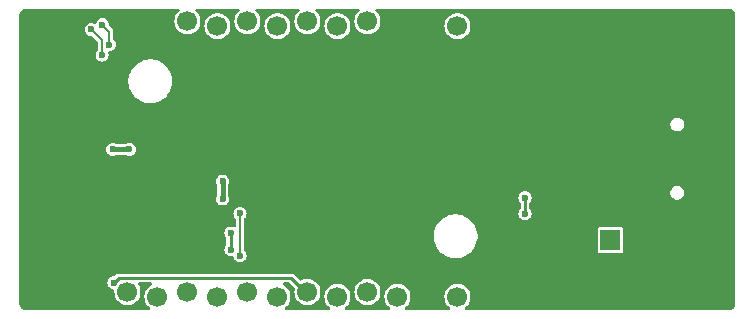
<source format=gbl>
G04 #@! TF.GenerationSoftware,KiCad,Pcbnew,8.0.1-8.0.1-1~ubuntu22.04.1*
G04 #@! TF.CreationDate,2024-09-21T08:51:10+02:00*
G04 #@! TF.ProjectId,NerdNOS,4e657264-4e4f-4532-9e6b-696361645f70,rev?*
G04 #@! TF.SameCoordinates,Original*
G04 #@! TF.FileFunction,Copper,L2,Bot*
G04 #@! TF.FilePolarity,Positive*
%FSLAX46Y46*%
G04 Gerber Fmt 4.6, Leading zero omitted, Abs format (unit mm)*
G04 Created by KiCad (PCBNEW 8.0.1-8.0.1-1~ubuntu22.04.1) date 2024-09-21 08:51:10*
%MOMM*%
%LPD*%
G01*
G04 APERTURE LIST*
G04 #@! TA.AperFunction,ComponentPad*
%ADD10R,1.700000X1.700000*%
G04 #@! TD*
G04 #@! TA.AperFunction,ComponentPad*
%ADD11O,1.700000X1.700000*%
G04 #@! TD*
G04 #@! TA.AperFunction,ComponentPad*
%ADD12O,2.100000X1.000000*%
G04 #@! TD*
G04 #@! TA.AperFunction,ComponentPad*
%ADD13O,1.800000X1.000000*%
G04 #@! TD*
G04 #@! TA.AperFunction,ComponentPad*
%ADD14C,1.700000*%
G04 #@! TD*
G04 #@! TA.AperFunction,ViaPad*
%ADD15C,0.600000*%
G04 #@! TD*
G04 #@! TA.AperFunction,Conductor*
%ADD16C,0.254000*%
G04 #@! TD*
G04 #@! TA.AperFunction,Conductor*
%ADD17C,0.400000*%
G04 #@! TD*
G04 #@! TA.AperFunction,Conductor*
%ADD18C,0.200000*%
G04 #@! TD*
G04 APERTURE END LIST*
D10*
X130340000Y-73100000D03*
D11*
X127800000Y-73100000D03*
D12*
X135485000Y-70510000D03*
D13*
X139665000Y-70510000D03*
D12*
X135485000Y-61870000D03*
D13*
X139665000Y-61870000D03*
D14*
X89440000Y-77490000D03*
X91980000Y-77890000D03*
X94520000Y-77490000D03*
X97060000Y-77890000D03*
X99600000Y-77490000D03*
X102140000Y-77890000D03*
X104680000Y-77490000D03*
X107220000Y-77890000D03*
X109760000Y-77490000D03*
X112300000Y-77890000D03*
X114840000Y-77490000D03*
X117380000Y-77890000D03*
X117380000Y-54970000D03*
X114840000Y-54570000D03*
X112300000Y-54970000D03*
X109760000Y-54570000D03*
X107220000Y-54970000D03*
X104680000Y-54570000D03*
X102140000Y-54970000D03*
X99600000Y-54570000D03*
X97060000Y-54970000D03*
X94520000Y-54570000D03*
X91980000Y-54970000D03*
X89440000Y-54570000D03*
D15*
X89600000Y-65400000D03*
X98200000Y-73900000D03*
X88200000Y-65400000D03*
X98200000Y-72500000D03*
X124300000Y-67200000D03*
X131300000Y-68300000D03*
X125600000Y-66300000D03*
X99400000Y-65100000D03*
X104050000Y-65700000D03*
X101050000Y-64700000D03*
X88837500Y-73500000D03*
X105050000Y-66700000D03*
X88700000Y-69750001D03*
X127200000Y-67800000D03*
X125000000Y-65800000D03*
X122900000Y-65100000D03*
X104050000Y-64700000D03*
X105050000Y-63700000D03*
X124300000Y-65100000D03*
X101050000Y-68700000D03*
X122900000Y-65800000D03*
X104800000Y-59300000D03*
X102050000Y-66700000D03*
X103050000Y-63700000D03*
X121250000Y-68450000D03*
X103050000Y-68700000D03*
X103050000Y-64700000D03*
X105050000Y-68700000D03*
X123600000Y-65100000D03*
X106600000Y-59300008D03*
X104050000Y-63700000D03*
X104050000Y-66700000D03*
X101050000Y-65700000D03*
X127700000Y-67300000D03*
X93337500Y-74450001D03*
X85703276Y-56567732D03*
X101050000Y-63700000D03*
X122000000Y-68450000D03*
X128500000Y-68300000D03*
X119000000Y-68450000D03*
X102050000Y-64700000D03*
X92150604Y-66912971D03*
X100800000Y-60020000D03*
X125150000Y-70850000D03*
X130600000Y-68300000D03*
X118200000Y-68500000D03*
X103050000Y-66700000D03*
X105050000Y-67700000D03*
X133800000Y-66290000D03*
X125000000Y-65100000D03*
X125000000Y-67200000D03*
X105050000Y-64700000D03*
X100700000Y-72480000D03*
X102050000Y-68700000D03*
X120500000Y-68450000D03*
X116700000Y-68500000D03*
X92295000Y-65515000D03*
X117450000Y-68500000D03*
X101050000Y-67700000D03*
X119750000Y-68450000D03*
X104050000Y-68700000D03*
X103050000Y-67700000D03*
X104050000Y-67700000D03*
X129200000Y-68300000D03*
X84650000Y-60164644D03*
X106600000Y-73100000D03*
X115900000Y-68500000D03*
X102050000Y-67700000D03*
X105050000Y-65700000D03*
X133800000Y-65390000D03*
X129900000Y-68300000D03*
X124300000Y-65800000D03*
X132000000Y-68300000D03*
X102050000Y-63700000D03*
X123600000Y-65800000D03*
X101050000Y-66700000D03*
X102050000Y-65700000D03*
X103050000Y-65700000D03*
X93400000Y-70400002D03*
X86500000Y-68029999D03*
X97500000Y-68100000D03*
X97500000Y-69600000D03*
X123100000Y-69499996D03*
X123100000Y-70854000D03*
X87900000Y-56550000D03*
X87327674Y-54864687D03*
X98966669Y-74400000D03*
X98966669Y-70820000D03*
X86371817Y-55246412D03*
X87300000Y-57432774D03*
X88300000Y-76700000D03*
D16*
X98200000Y-73900000D02*
X98200000Y-72500000D01*
D17*
X88200000Y-65400000D02*
X89600000Y-65400000D01*
X97500000Y-69600000D02*
X97500000Y-68100000D01*
D16*
X123100000Y-70854000D02*
X123100000Y-69499996D01*
D18*
X87900000Y-55437013D02*
X87327674Y-54864687D01*
X87900000Y-56550000D02*
X87900000Y-55437013D01*
X98966669Y-70820000D02*
X98966669Y-74400000D01*
X87300000Y-56174595D02*
X87300000Y-57432774D01*
X86371817Y-55246412D02*
X87300000Y-56174595D01*
D16*
X88700000Y-76300000D02*
X88300000Y-76700000D01*
X104680000Y-77690000D02*
X103290000Y-76300000D01*
X103290000Y-76300000D02*
X88700000Y-76300000D01*
G04 #@! TA.AperFunction,Conductor*
G36*
X93807164Y-53519685D02*
G01*
X93852919Y-53572489D01*
X93862863Y-53641647D01*
X93833838Y-53705203D01*
X93823663Y-53715637D01*
X93703237Y-53825418D01*
X93580327Y-53988178D01*
X93489422Y-54170739D01*
X93489417Y-54170752D01*
X93433602Y-54366917D01*
X93414785Y-54569999D01*
X93414785Y-54570000D01*
X93433602Y-54773082D01*
X93489417Y-54969247D01*
X93489422Y-54969260D01*
X93580327Y-55151821D01*
X93703237Y-55314581D01*
X93853958Y-55451980D01*
X93853960Y-55451982D01*
X93953141Y-55513392D01*
X94027363Y-55559348D01*
X94217544Y-55633024D01*
X94418024Y-55670500D01*
X94418026Y-55670500D01*
X94621974Y-55670500D01*
X94621976Y-55670500D01*
X94822456Y-55633024D01*
X95012637Y-55559348D01*
X95186041Y-55451981D01*
X95336764Y-55314579D01*
X95459673Y-55151821D01*
X95550209Y-54970000D01*
X95954785Y-54970000D01*
X95973602Y-55173082D01*
X96029417Y-55369247D01*
X96029422Y-55369260D01*
X96120327Y-55551821D01*
X96243237Y-55714581D01*
X96393958Y-55851980D01*
X96393960Y-55851982D01*
X96493141Y-55913392D01*
X96567363Y-55959348D01*
X96757544Y-56033024D01*
X96958024Y-56070500D01*
X96958026Y-56070500D01*
X97161974Y-56070500D01*
X97161976Y-56070500D01*
X97362456Y-56033024D01*
X97552637Y-55959348D01*
X97726041Y-55851981D01*
X97876764Y-55714579D01*
X97999673Y-55551821D01*
X98090582Y-55369250D01*
X98146397Y-55173083D01*
X98165215Y-54970000D01*
X98165146Y-54969260D01*
X98146397Y-54766917D01*
X98125830Y-54694632D01*
X98090582Y-54570750D01*
X98090208Y-54569999D01*
X98046272Y-54481764D01*
X97999673Y-54388179D01*
X97876764Y-54225421D01*
X97876762Y-54225418D01*
X97726041Y-54088019D01*
X97726039Y-54088017D01*
X97552642Y-53980655D01*
X97552635Y-53980651D01*
X97397817Y-53920675D01*
X97362456Y-53906976D01*
X97161976Y-53869500D01*
X96958024Y-53869500D01*
X96757544Y-53906976D01*
X96757541Y-53906976D01*
X96757541Y-53906977D01*
X96567364Y-53980651D01*
X96567357Y-53980655D01*
X96393960Y-54088017D01*
X96393958Y-54088019D01*
X96243237Y-54225418D01*
X96120327Y-54388178D01*
X96029422Y-54570739D01*
X96029417Y-54570752D01*
X95973602Y-54766917D01*
X95954785Y-54969999D01*
X95954785Y-54970000D01*
X95550209Y-54970000D01*
X95550582Y-54969250D01*
X95606397Y-54773083D01*
X95625215Y-54570000D01*
X95606397Y-54366917D01*
X95550582Y-54170750D01*
X95459673Y-53988179D01*
X95336764Y-53825421D01*
X95336762Y-53825418D01*
X95216337Y-53715637D01*
X95180055Y-53655926D01*
X95181816Y-53586078D01*
X95221059Y-53528271D01*
X95285326Y-53500856D01*
X95299875Y-53500000D01*
X98820125Y-53500000D01*
X98887164Y-53519685D01*
X98932919Y-53572489D01*
X98942863Y-53641647D01*
X98913838Y-53705203D01*
X98903663Y-53715637D01*
X98783237Y-53825418D01*
X98660327Y-53988178D01*
X98569422Y-54170739D01*
X98569417Y-54170752D01*
X98513602Y-54366917D01*
X98494785Y-54569999D01*
X98494785Y-54570000D01*
X98513602Y-54773082D01*
X98569417Y-54969247D01*
X98569422Y-54969260D01*
X98660327Y-55151821D01*
X98783237Y-55314581D01*
X98933958Y-55451980D01*
X98933960Y-55451982D01*
X99033141Y-55513392D01*
X99107363Y-55559348D01*
X99297544Y-55633024D01*
X99498024Y-55670500D01*
X99498026Y-55670500D01*
X99701974Y-55670500D01*
X99701976Y-55670500D01*
X99902456Y-55633024D01*
X100092637Y-55559348D01*
X100266041Y-55451981D01*
X100416764Y-55314579D01*
X100539673Y-55151821D01*
X100630209Y-54970000D01*
X101034785Y-54970000D01*
X101053602Y-55173082D01*
X101109417Y-55369247D01*
X101109422Y-55369260D01*
X101200327Y-55551821D01*
X101323237Y-55714581D01*
X101473958Y-55851980D01*
X101473960Y-55851982D01*
X101573141Y-55913392D01*
X101647363Y-55959348D01*
X101837544Y-56033024D01*
X102038024Y-56070500D01*
X102038026Y-56070500D01*
X102241974Y-56070500D01*
X102241976Y-56070500D01*
X102442456Y-56033024D01*
X102632637Y-55959348D01*
X102806041Y-55851981D01*
X102956764Y-55714579D01*
X103079673Y-55551821D01*
X103170582Y-55369250D01*
X103226397Y-55173083D01*
X103245215Y-54970000D01*
X103245146Y-54969260D01*
X103226397Y-54766917D01*
X103205830Y-54694632D01*
X103170582Y-54570750D01*
X103170208Y-54569999D01*
X103126272Y-54481764D01*
X103079673Y-54388179D01*
X102956764Y-54225421D01*
X102956762Y-54225418D01*
X102806041Y-54088019D01*
X102806039Y-54088017D01*
X102632642Y-53980655D01*
X102632635Y-53980651D01*
X102477817Y-53920675D01*
X102442456Y-53906976D01*
X102241976Y-53869500D01*
X102038024Y-53869500D01*
X101837544Y-53906976D01*
X101837541Y-53906976D01*
X101837541Y-53906977D01*
X101647364Y-53980651D01*
X101647357Y-53980655D01*
X101473960Y-54088017D01*
X101473958Y-54088019D01*
X101323237Y-54225418D01*
X101200327Y-54388178D01*
X101109422Y-54570739D01*
X101109417Y-54570752D01*
X101053602Y-54766917D01*
X101034785Y-54969999D01*
X101034785Y-54970000D01*
X100630209Y-54970000D01*
X100630582Y-54969250D01*
X100686397Y-54773083D01*
X100705215Y-54570000D01*
X100686397Y-54366917D01*
X100630582Y-54170750D01*
X100539673Y-53988179D01*
X100416764Y-53825421D01*
X100416762Y-53825418D01*
X100296337Y-53715637D01*
X100260055Y-53655926D01*
X100261816Y-53586078D01*
X100301059Y-53528271D01*
X100365326Y-53500856D01*
X100379875Y-53500000D01*
X103900125Y-53500000D01*
X103967164Y-53519685D01*
X104012919Y-53572489D01*
X104022863Y-53641647D01*
X103993838Y-53705203D01*
X103983663Y-53715637D01*
X103863237Y-53825418D01*
X103740327Y-53988178D01*
X103649422Y-54170739D01*
X103649417Y-54170752D01*
X103593602Y-54366917D01*
X103574785Y-54569999D01*
X103574785Y-54570000D01*
X103593602Y-54773082D01*
X103649417Y-54969247D01*
X103649422Y-54969260D01*
X103740327Y-55151821D01*
X103863237Y-55314581D01*
X104013958Y-55451980D01*
X104013960Y-55451982D01*
X104113141Y-55513392D01*
X104187363Y-55559348D01*
X104377544Y-55633024D01*
X104578024Y-55670500D01*
X104578026Y-55670500D01*
X104781974Y-55670500D01*
X104781976Y-55670500D01*
X104982456Y-55633024D01*
X105172637Y-55559348D01*
X105346041Y-55451981D01*
X105496764Y-55314579D01*
X105619673Y-55151821D01*
X105710209Y-54970000D01*
X106114785Y-54970000D01*
X106133602Y-55173082D01*
X106189417Y-55369247D01*
X106189422Y-55369260D01*
X106280327Y-55551821D01*
X106403237Y-55714581D01*
X106553958Y-55851980D01*
X106553960Y-55851982D01*
X106653141Y-55913392D01*
X106727363Y-55959348D01*
X106917544Y-56033024D01*
X107118024Y-56070500D01*
X107118026Y-56070500D01*
X107321974Y-56070500D01*
X107321976Y-56070500D01*
X107522456Y-56033024D01*
X107712637Y-55959348D01*
X107886041Y-55851981D01*
X108036764Y-55714579D01*
X108159673Y-55551821D01*
X108250582Y-55369250D01*
X108306397Y-55173083D01*
X108325215Y-54970000D01*
X108325146Y-54969260D01*
X108306397Y-54766917D01*
X108285830Y-54694632D01*
X108250582Y-54570750D01*
X108250208Y-54569999D01*
X108206272Y-54481764D01*
X108159673Y-54388179D01*
X108036764Y-54225421D01*
X108036762Y-54225418D01*
X107886041Y-54088019D01*
X107886039Y-54088017D01*
X107712642Y-53980655D01*
X107712635Y-53980651D01*
X107557817Y-53920675D01*
X107522456Y-53906976D01*
X107321976Y-53869500D01*
X107118024Y-53869500D01*
X106917544Y-53906976D01*
X106917541Y-53906976D01*
X106917541Y-53906977D01*
X106727364Y-53980651D01*
X106727357Y-53980655D01*
X106553960Y-54088017D01*
X106553958Y-54088019D01*
X106403237Y-54225418D01*
X106280327Y-54388178D01*
X106189422Y-54570739D01*
X106189417Y-54570752D01*
X106133602Y-54766917D01*
X106114785Y-54969999D01*
X106114785Y-54970000D01*
X105710209Y-54970000D01*
X105710582Y-54969250D01*
X105766397Y-54773083D01*
X105785215Y-54570000D01*
X105766397Y-54366917D01*
X105710582Y-54170750D01*
X105619673Y-53988179D01*
X105496764Y-53825421D01*
X105496762Y-53825418D01*
X105376337Y-53715637D01*
X105340055Y-53655926D01*
X105341816Y-53586078D01*
X105381059Y-53528271D01*
X105445326Y-53500856D01*
X105459875Y-53500000D01*
X108980125Y-53500000D01*
X109047164Y-53519685D01*
X109092919Y-53572489D01*
X109102863Y-53641647D01*
X109073838Y-53705203D01*
X109063663Y-53715637D01*
X108943237Y-53825418D01*
X108820327Y-53988178D01*
X108729422Y-54170739D01*
X108729417Y-54170752D01*
X108673602Y-54366917D01*
X108654785Y-54569999D01*
X108654785Y-54570000D01*
X108673602Y-54773082D01*
X108729417Y-54969247D01*
X108729422Y-54969260D01*
X108820327Y-55151821D01*
X108943237Y-55314581D01*
X109093958Y-55451980D01*
X109093960Y-55451982D01*
X109193141Y-55513392D01*
X109267363Y-55559348D01*
X109457544Y-55633024D01*
X109658024Y-55670500D01*
X109658026Y-55670500D01*
X109861974Y-55670500D01*
X109861976Y-55670500D01*
X110062456Y-55633024D01*
X110252637Y-55559348D01*
X110426041Y-55451981D01*
X110576764Y-55314579D01*
X110699673Y-55151821D01*
X110790209Y-54970000D01*
X116274785Y-54970000D01*
X116293602Y-55173082D01*
X116349417Y-55369247D01*
X116349422Y-55369260D01*
X116440327Y-55551821D01*
X116563237Y-55714581D01*
X116713958Y-55851980D01*
X116713960Y-55851982D01*
X116813141Y-55913392D01*
X116887363Y-55959348D01*
X117077544Y-56033024D01*
X117278024Y-56070500D01*
X117278026Y-56070500D01*
X117481974Y-56070500D01*
X117481976Y-56070500D01*
X117682456Y-56033024D01*
X117872637Y-55959348D01*
X118046041Y-55851981D01*
X118196764Y-55714579D01*
X118319673Y-55551821D01*
X118410582Y-55369250D01*
X118466397Y-55173083D01*
X118485215Y-54970000D01*
X118485146Y-54969260D01*
X118466397Y-54766917D01*
X118445830Y-54694632D01*
X118410582Y-54570750D01*
X118410208Y-54569999D01*
X118366272Y-54481764D01*
X118319673Y-54388179D01*
X118196764Y-54225421D01*
X118196762Y-54225418D01*
X118046041Y-54088019D01*
X118046039Y-54088017D01*
X117872642Y-53980655D01*
X117872635Y-53980651D01*
X117717817Y-53920675D01*
X117682456Y-53906976D01*
X117481976Y-53869500D01*
X117278024Y-53869500D01*
X117077544Y-53906976D01*
X117077541Y-53906976D01*
X117077541Y-53906977D01*
X116887364Y-53980651D01*
X116887357Y-53980655D01*
X116713960Y-54088017D01*
X116713958Y-54088019D01*
X116563237Y-54225418D01*
X116440327Y-54388178D01*
X116349422Y-54570739D01*
X116349417Y-54570752D01*
X116293602Y-54766917D01*
X116274785Y-54969999D01*
X116274785Y-54970000D01*
X110790209Y-54970000D01*
X110790582Y-54969250D01*
X110846397Y-54773083D01*
X110865215Y-54570000D01*
X110846397Y-54366917D01*
X110790582Y-54170750D01*
X110699673Y-53988179D01*
X110576764Y-53825421D01*
X110576762Y-53825418D01*
X110456337Y-53715637D01*
X110420055Y-53655926D01*
X110421816Y-53586078D01*
X110461059Y-53528271D01*
X110525326Y-53500856D01*
X110539875Y-53500000D01*
X140397978Y-53500000D01*
X140402021Y-53500066D01*
X140406710Y-53500218D01*
X140451282Y-53501673D01*
X140479325Y-53505831D01*
X140576403Y-53531843D01*
X140606301Y-53544227D01*
X140691558Y-53593450D01*
X140717237Y-53613155D01*
X140786844Y-53682762D01*
X140806550Y-53708443D01*
X140855770Y-53793694D01*
X140868158Y-53823601D01*
X140894167Y-53920670D01*
X140898326Y-53948717D01*
X140899934Y-53997975D01*
X140900000Y-54002021D01*
X140900000Y-78497978D01*
X140899934Y-78502024D01*
X140898326Y-78551282D01*
X140894167Y-78579329D01*
X140868158Y-78676398D01*
X140855770Y-78706305D01*
X140806550Y-78791556D01*
X140786844Y-78817237D01*
X140717237Y-78886844D01*
X140691556Y-78906550D01*
X140606305Y-78955770D01*
X140576398Y-78968158D01*
X140479329Y-78994167D01*
X140451282Y-78998326D01*
X140406973Y-78999772D01*
X140402020Y-78999934D01*
X140397978Y-79000000D01*
X118113593Y-79000000D01*
X118046554Y-78980315D01*
X118000799Y-78927511D01*
X117990855Y-78858353D01*
X118019880Y-78794797D01*
X118041911Y-78776028D01*
X118041465Y-78775437D01*
X118046033Y-78771985D01*
X118046041Y-78771981D01*
X118196764Y-78634579D01*
X118319673Y-78471821D01*
X118410582Y-78289250D01*
X118466397Y-78093083D01*
X118485215Y-77890000D01*
X118485146Y-77889260D01*
X118466397Y-77686917D01*
X118410582Y-77490750D01*
X118410208Y-77489999D01*
X118332341Y-77333620D01*
X118319673Y-77308179D01*
X118223154Y-77180367D01*
X118196762Y-77145418D01*
X118046041Y-77008019D01*
X118046039Y-77008017D01*
X117872642Y-76900655D01*
X117872635Y-76900651D01*
X117725649Y-76843709D01*
X117682456Y-76826976D01*
X117481976Y-76789500D01*
X117278024Y-76789500D01*
X117077544Y-76826976D01*
X117077541Y-76826976D01*
X117077541Y-76826977D01*
X116887364Y-76900651D01*
X116887357Y-76900655D01*
X116713960Y-77008017D01*
X116713958Y-77008019D01*
X116563237Y-77145418D01*
X116440327Y-77308178D01*
X116349422Y-77490739D01*
X116349417Y-77490752D01*
X116293602Y-77686917D01*
X116274785Y-77889999D01*
X116274785Y-77890000D01*
X116293602Y-78093082D01*
X116349417Y-78289247D01*
X116349422Y-78289260D01*
X116440327Y-78471821D01*
X116563237Y-78634581D01*
X116713958Y-78771980D01*
X116718535Y-78775437D01*
X116717396Y-78776944D01*
X116758322Y-78822606D01*
X116769423Y-78891588D01*
X116741468Y-78955621D01*
X116683331Y-78994375D01*
X116646407Y-79000000D01*
X113033593Y-79000000D01*
X112966554Y-78980315D01*
X112920799Y-78927511D01*
X112910855Y-78858353D01*
X112939880Y-78794797D01*
X112961911Y-78776028D01*
X112961465Y-78775437D01*
X112966033Y-78771985D01*
X112966041Y-78771981D01*
X113116764Y-78634579D01*
X113239673Y-78471821D01*
X113330582Y-78289250D01*
X113386397Y-78093083D01*
X113405215Y-77890000D01*
X113405146Y-77889260D01*
X113386397Y-77686917D01*
X113330582Y-77490750D01*
X113330208Y-77489999D01*
X113252341Y-77333620D01*
X113239673Y-77308179D01*
X113143154Y-77180367D01*
X113116762Y-77145418D01*
X112966041Y-77008019D01*
X112966039Y-77008017D01*
X112792642Y-76900655D01*
X112792635Y-76900651D01*
X112645649Y-76843709D01*
X112602456Y-76826976D01*
X112401976Y-76789500D01*
X112198024Y-76789500D01*
X111997544Y-76826976D01*
X111997541Y-76826976D01*
X111997541Y-76826977D01*
X111807364Y-76900651D01*
X111807357Y-76900655D01*
X111633960Y-77008017D01*
X111633958Y-77008019D01*
X111483237Y-77145418D01*
X111360327Y-77308178D01*
X111269422Y-77490739D01*
X111269417Y-77490752D01*
X111213602Y-77686917D01*
X111194785Y-77889999D01*
X111194785Y-77890000D01*
X111213602Y-78093082D01*
X111269417Y-78289247D01*
X111269422Y-78289260D01*
X111360327Y-78471821D01*
X111483237Y-78634581D01*
X111633958Y-78771980D01*
X111638535Y-78775437D01*
X111637396Y-78776944D01*
X111678322Y-78822606D01*
X111689423Y-78891588D01*
X111661468Y-78955621D01*
X111603331Y-78994375D01*
X111566407Y-79000000D01*
X107953593Y-79000000D01*
X107886554Y-78980315D01*
X107840799Y-78927511D01*
X107830855Y-78858353D01*
X107859880Y-78794797D01*
X107881911Y-78776028D01*
X107881465Y-78775437D01*
X107886033Y-78771985D01*
X107886041Y-78771981D01*
X108036764Y-78634579D01*
X108159673Y-78471821D01*
X108250582Y-78289250D01*
X108306397Y-78093083D01*
X108325215Y-77890000D01*
X108325146Y-77889260D01*
X108306397Y-77686917D01*
X108250582Y-77490750D01*
X108250208Y-77490000D01*
X108654785Y-77490000D01*
X108673602Y-77693082D01*
X108729417Y-77889247D01*
X108729422Y-77889260D01*
X108820327Y-78071821D01*
X108943237Y-78234581D01*
X109093958Y-78371980D01*
X109093960Y-78371982D01*
X109193141Y-78433392D01*
X109267363Y-78479348D01*
X109457544Y-78553024D01*
X109658024Y-78590500D01*
X109658026Y-78590500D01*
X109861974Y-78590500D01*
X109861976Y-78590500D01*
X110062456Y-78553024D01*
X110252637Y-78479348D01*
X110426041Y-78371981D01*
X110576764Y-78234579D01*
X110699673Y-78071821D01*
X110790582Y-77889250D01*
X110846397Y-77693083D01*
X110865215Y-77490000D01*
X110846397Y-77286917D01*
X110790582Y-77090750D01*
X110699673Y-76908179D01*
X110576764Y-76745421D01*
X110576762Y-76745418D01*
X110426041Y-76608019D01*
X110426039Y-76608017D01*
X110252642Y-76500655D01*
X110252635Y-76500651D01*
X110157546Y-76463814D01*
X110062456Y-76426976D01*
X109861976Y-76389500D01*
X109658024Y-76389500D01*
X109457544Y-76426976D01*
X109457541Y-76426976D01*
X109457541Y-76426977D01*
X109267364Y-76500651D01*
X109267357Y-76500655D01*
X109093960Y-76608017D01*
X109093958Y-76608019D01*
X108943237Y-76745418D01*
X108820327Y-76908178D01*
X108729422Y-77090739D01*
X108729417Y-77090752D01*
X108673602Y-77286917D01*
X108654785Y-77489999D01*
X108654785Y-77490000D01*
X108250208Y-77490000D01*
X108250208Y-77489999D01*
X108172341Y-77333620D01*
X108159673Y-77308179D01*
X108063154Y-77180367D01*
X108036762Y-77145418D01*
X107886041Y-77008019D01*
X107886039Y-77008017D01*
X107712642Y-76900655D01*
X107712635Y-76900651D01*
X107565649Y-76843709D01*
X107522456Y-76826976D01*
X107321976Y-76789500D01*
X107118024Y-76789500D01*
X106917544Y-76826976D01*
X106917541Y-76826976D01*
X106917541Y-76826977D01*
X106727364Y-76900651D01*
X106727357Y-76900655D01*
X106553960Y-77008017D01*
X106553958Y-77008019D01*
X106403237Y-77145418D01*
X106280327Y-77308178D01*
X106189422Y-77490739D01*
X106189417Y-77490752D01*
X106133602Y-77686917D01*
X106114785Y-77889999D01*
X106114785Y-77890000D01*
X106133602Y-78093082D01*
X106189417Y-78289247D01*
X106189422Y-78289260D01*
X106280327Y-78471821D01*
X106403237Y-78634581D01*
X106553958Y-78771980D01*
X106558535Y-78775437D01*
X106557396Y-78776944D01*
X106598322Y-78822606D01*
X106609423Y-78891588D01*
X106581468Y-78955621D01*
X106523331Y-78994375D01*
X106486407Y-79000000D01*
X102873593Y-79000000D01*
X102806554Y-78980315D01*
X102760799Y-78927511D01*
X102750855Y-78858353D01*
X102779880Y-78794797D01*
X102801911Y-78776028D01*
X102801465Y-78775437D01*
X102806033Y-78771985D01*
X102806041Y-78771981D01*
X102956764Y-78634579D01*
X103079673Y-78471821D01*
X103170582Y-78289250D01*
X103226397Y-78093083D01*
X103245215Y-77890000D01*
X103245146Y-77889260D01*
X103226397Y-77686917D01*
X103170582Y-77490750D01*
X103170208Y-77489999D01*
X103092341Y-77333620D01*
X103079673Y-77308179D01*
X102983154Y-77180367D01*
X102956762Y-77145418D01*
X102806041Y-77008019D01*
X102806039Y-77008017D01*
X102642772Y-76906927D01*
X102596136Y-76854899D01*
X102585032Y-76785918D01*
X102612985Y-76721883D01*
X102671120Y-76683127D01*
X102708049Y-76677500D01*
X103082273Y-76677500D01*
X103149312Y-76697185D01*
X103169954Y-76713819D01*
X103575179Y-77119044D01*
X103608664Y-77180367D01*
X103606765Y-77240658D01*
X103593602Y-77286919D01*
X103574785Y-77489999D01*
X103574785Y-77490000D01*
X103593602Y-77693082D01*
X103649417Y-77889247D01*
X103649422Y-77889260D01*
X103740327Y-78071821D01*
X103863237Y-78234581D01*
X104013958Y-78371980D01*
X104013960Y-78371982D01*
X104113141Y-78433392D01*
X104187363Y-78479348D01*
X104377544Y-78553024D01*
X104578024Y-78590500D01*
X104578026Y-78590500D01*
X104781974Y-78590500D01*
X104781976Y-78590500D01*
X104982456Y-78553024D01*
X105172637Y-78479348D01*
X105346041Y-78371981D01*
X105496764Y-78234579D01*
X105619673Y-78071821D01*
X105710582Y-77889250D01*
X105766397Y-77693083D01*
X105785215Y-77490000D01*
X105766397Y-77286917D01*
X105710582Y-77090750D01*
X105619673Y-76908179D01*
X105496764Y-76745421D01*
X105496762Y-76745418D01*
X105346041Y-76608019D01*
X105346039Y-76608017D01*
X105172642Y-76500655D01*
X105172635Y-76500651D01*
X105077546Y-76463814D01*
X104982456Y-76426976D01*
X104781976Y-76389500D01*
X104578024Y-76389500D01*
X104377544Y-76426976D01*
X104377541Y-76426976D01*
X104377541Y-76426977D01*
X104187364Y-76500651D01*
X104187358Y-76500655D01*
X104170293Y-76511220D01*
X104102935Y-76529774D01*
X104036236Y-76508966D01*
X104017338Y-76493473D01*
X103521792Y-75997927D01*
X103521790Y-75997925D01*
X103435710Y-75948226D01*
X103339699Y-75922500D01*
X88650301Y-75922500D01*
X88554291Y-75948226D01*
X88517908Y-75969231D01*
X88517907Y-75969231D01*
X88468212Y-75997923D01*
X88468205Y-75997928D01*
X88354387Y-76111744D01*
X88293064Y-76145229D01*
X88282894Y-76147001D01*
X88156291Y-76163670D01*
X88156287Y-76163671D01*
X88022377Y-76219137D01*
X87907379Y-76307379D01*
X87819137Y-76422377D01*
X87763671Y-76556287D01*
X87763670Y-76556291D01*
X87744750Y-76699999D01*
X87744750Y-76700000D01*
X87763670Y-76843708D01*
X87763671Y-76843712D01*
X87819137Y-76977622D01*
X87819138Y-76977624D01*
X87819139Y-76977625D01*
X87907379Y-77092621D01*
X88022375Y-77180861D01*
X88156291Y-77236330D01*
X88237562Y-77247029D01*
X88301458Y-77275295D01*
X88339929Y-77333620D01*
X88344847Y-77381409D01*
X88334785Y-77489998D01*
X88334785Y-77490000D01*
X88353602Y-77693082D01*
X88409417Y-77889247D01*
X88409422Y-77889260D01*
X88500327Y-78071821D01*
X88623237Y-78234581D01*
X88773958Y-78371980D01*
X88773960Y-78371982D01*
X88873141Y-78433392D01*
X88947363Y-78479348D01*
X89137544Y-78553024D01*
X89338024Y-78590500D01*
X89338026Y-78590500D01*
X89541974Y-78590500D01*
X89541976Y-78590500D01*
X89742456Y-78553024D01*
X89932637Y-78479348D01*
X90106041Y-78371981D01*
X90256764Y-78234579D01*
X90379673Y-78071821D01*
X90470582Y-77889250D01*
X90526397Y-77693083D01*
X90545215Y-77490000D01*
X90526397Y-77286917D01*
X90470582Y-77090750D01*
X90379673Y-76908179D01*
X90355544Y-76876227D01*
X90330852Y-76810866D01*
X90345417Y-76742531D01*
X90394614Y-76692918D01*
X90454498Y-76677500D01*
X91411951Y-76677500D01*
X91478990Y-76697185D01*
X91524745Y-76749989D01*
X91534689Y-76819147D01*
X91505664Y-76882703D01*
X91477228Y-76906927D01*
X91313960Y-77008017D01*
X91313958Y-77008019D01*
X91163237Y-77145418D01*
X91040327Y-77308178D01*
X90949422Y-77490739D01*
X90949417Y-77490752D01*
X90893602Y-77686917D01*
X90874785Y-77889999D01*
X90874785Y-77890000D01*
X90893602Y-78093082D01*
X90949417Y-78289247D01*
X90949422Y-78289260D01*
X91040327Y-78471821D01*
X91163237Y-78634581D01*
X91313958Y-78771980D01*
X91318535Y-78775437D01*
X91317396Y-78776944D01*
X91358322Y-78822606D01*
X91369423Y-78891588D01*
X91341468Y-78955621D01*
X91283331Y-78994375D01*
X91246407Y-79000000D01*
X80802022Y-79000000D01*
X80797979Y-78999934D01*
X80792688Y-78999761D01*
X80748717Y-78998326D01*
X80720670Y-78994167D01*
X80623601Y-78968158D01*
X80593694Y-78955770D01*
X80508443Y-78906550D01*
X80482762Y-78886844D01*
X80413155Y-78817237D01*
X80393449Y-78791556D01*
X80382147Y-78771980D01*
X80344227Y-78706301D01*
X80331843Y-78676403D01*
X80305831Y-78579325D01*
X80301673Y-78551282D01*
X80300066Y-78502021D01*
X80300000Y-78497978D01*
X80300000Y-73900000D01*
X97644750Y-73900000D01*
X97657798Y-73999111D01*
X97663670Y-74043708D01*
X97663671Y-74043712D01*
X97719137Y-74177622D01*
X97719138Y-74177624D01*
X97719139Y-74177625D01*
X97807379Y-74292621D01*
X97922375Y-74380861D01*
X98056291Y-74436330D01*
X98200000Y-74455250D01*
X98292030Y-74443133D01*
X98361061Y-74453898D01*
X98413318Y-74500277D01*
X98426301Y-74536377D01*
X98428236Y-74535859D01*
X98430340Y-74543712D01*
X98485806Y-74677622D01*
X98485807Y-74677624D01*
X98485808Y-74677625D01*
X98574048Y-74792621D01*
X98689044Y-74880861D01*
X98822960Y-74936330D01*
X98949949Y-74953048D01*
X98966668Y-74955250D01*
X98966669Y-74955250D01*
X98966670Y-74955250D01*
X98981646Y-74953278D01*
X99110378Y-74936330D01*
X99244294Y-74880861D01*
X99359290Y-74792621D01*
X99447530Y-74677625D01*
X99502999Y-74543709D01*
X99521919Y-74400000D01*
X99502999Y-74256291D01*
X99466019Y-74167013D01*
X99447531Y-74122377D01*
X99447530Y-74122376D01*
X99447530Y-74122375D01*
X99359290Y-74007379D01*
X99359288Y-74007377D01*
X99359284Y-74007372D01*
X99353540Y-74001628D01*
X99356056Y-73999111D01*
X99324466Y-73955817D01*
X99317169Y-73913908D01*
X99317169Y-72881288D01*
X115379500Y-72881288D01*
X115411161Y-73121785D01*
X115473947Y-73356104D01*
X115538778Y-73512619D01*
X115566776Y-73580212D01*
X115688064Y-73790289D01*
X115688066Y-73790292D01*
X115688067Y-73790293D01*
X115835733Y-73982736D01*
X115835739Y-73982743D01*
X116007256Y-74154260D01*
X116007263Y-74154266D01*
X116048577Y-74185967D01*
X116199711Y-74301936D01*
X116409788Y-74423224D01*
X116633900Y-74516054D01*
X116868211Y-74578838D01*
X117048586Y-74602584D01*
X117108711Y-74610500D01*
X117108712Y-74610500D01*
X117351289Y-74610500D01*
X117399388Y-74604167D01*
X117591789Y-74578838D01*
X117826100Y-74516054D01*
X118050212Y-74423224D01*
X118260289Y-74301936D01*
X118452738Y-74154265D01*
X118624265Y-73982738D01*
X118630450Y-73974678D01*
X129239500Y-73974678D01*
X129254032Y-74047735D01*
X129254033Y-74047739D01*
X129254034Y-74047740D01*
X129309399Y-74130601D01*
X129379772Y-74177622D01*
X129392260Y-74185966D01*
X129392264Y-74185967D01*
X129465321Y-74200499D01*
X129465324Y-74200500D01*
X129465326Y-74200500D01*
X131214676Y-74200500D01*
X131214677Y-74200499D01*
X131287740Y-74185966D01*
X131370601Y-74130601D01*
X131425966Y-74047740D01*
X131440500Y-73974674D01*
X131440500Y-72225326D01*
X131440500Y-72225323D01*
X131440499Y-72225321D01*
X131425967Y-72152264D01*
X131425966Y-72152260D01*
X131416483Y-72138067D01*
X131370601Y-72069399D01*
X131315235Y-72032405D01*
X131287739Y-72014033D01*
X131287735Y-72014032D01*
X131214677Y-71999500D01*
X131214674Y-71999500D01*
X129465326Y-71999500D01*
X129465323Y-71999500D01*
X129392264Y-72014032D01*
X129392260Y-72014033D01*
X129309399Y-72069399D01*
X129254033Y-72152260D01*
X129254032Y-72152264D01*
X129239500Y-72225321D01*
X129239500Y-73974678D01*
X118630450Y-73974678D01*
X118771936Y-73790289D01*
X118893224Y-73580212D01*
X118986054Y-73356100D01*
X119048838Y-73121789D01*
X119080500Y-72881288D01*
X119080500Y-72638712D01*
X119048838Y-72398211D01*
X118986054Y-72163900D01*
X118893224Y-71939788D01*
X118771936Y-71729711D01*
X118624265Y-71537262D01*
X118624260Y-71537256D01*
X118452743Y-71365739D01*
X118452736Y-71365733D01*
X118260293Y-71218067D01*
X118260292Y-71218066D01*
X118260289Y-71218064D01*
X118050212Y-71096776D01*
X118050205Y-71096773D01*
X117826104Y-71003947D01*
X117591785Y-70941161D01*
X117351289Y-70909500D01*
X117351288Y-70909500D01*
X117108712Y-70909500D01*
X117108711Y-70909500D01*
X116868214Y-70941161D01*
X116633895Y-71003947D01*
X116409794Y-71096773D01*
X116409785Y-71096777D01*
X116199706Y-71218067D01*
X116007263Y-71365733D01*
X116007256Y-71365739D01*
X115835739Y-71537256D01*
X115835733Y-71537263D01*
X115688067Y-71729706D01*
X115566777Y-71939785D01*
X115566773Y-71939794D01*
X115473947Y-72163895D01*
X115411161Y-72398214D01*
X115379500Y-72638711D01*
X115379500Y-72881288D01*
X99317169Y-72881288D01*
X99317169Y-71306092D01*
X99336854Y-71239053D01*
X99354783Y-71219609D01*
X99353543Y-71218369D01*
X99359288Y-71212623D01*
X99359290Y-71212621D01*
X99447530Y-71097625D01*
X99502999Y-70963709D01*
X99517443Y-70854000D01*
X122544750Y-70854000D01*
X122563670Y-70997708D01*
X122563671Y-70997712D01*
X122619137Y-71131622D01*
X122619138Y-71131624D01*
X122619139Y-71131625D01*
X122707379Y-71246621D01*
X122822375Y-71334861D01*
X122956291Y-71390330D01*
X123083280Y-71407048D01*
X123099999Y-71409250D01*
X123100000Y-71409250D01*
X123100001Y-71409250D01*
X123114977Y-71407278D01*
X123243709Y-71390330D01*
X123377625Y-71334861D01*
X123492621Y-71246621D01*
X123580861Y-71131625D01*
X123636330Y-70997709D01*
X123655250Y-70854000D01*
X123636330Y-70710291D01*
X123580861Y-70576375D01*
X123554772Y-70542375D01*
X123503124Y-70475066D01*
X123477930Y-70409897D01*
X123477500Y-70399580D01*
X123477500Y-69954414D01*
X123497185Y-69887375D01*
X123503116Y-69878938D01*
X123580861Y-69777621D01*
X123636330Y-69643705D01*
X123655250Y-69499996D01*
X123636330Y-69356287D01*
X123580861Y-69222371D01*
X123529752Y-69155765D01*
X135409500Y-69155765D01*
X135448719Y-69302136D01*
X135479981Y-69356283D01*
X135524485Y-69433365D01*
X135631635Y-69540515D01*
X135762865Y-69616281D01*
X135909234Y-69655500D01*
X135909236Y-69655500D01*
X136060764Y-69655500D01*
X136060766Y-69655500D01*
X136207135Y-69616281D01*
X136338365Y-69540515D01*
X136445515Y-69433365D01*
X136521281Y-69302135D01*
X136560500Y-69155766D01*
X136560500Y-69004234D01*
X136521281Y-68857865D01*
X136445515Y-68726635D01*
X136338365Y-68619485D01*
X136272750Y-68581602D01*
X136207136Y-68543719D01*
X136133950Y-68524109D01*
X136060766Y-68504500D01*
X135909234Y-68504500D01*
X135762863Y-68543719D01*
X135631635Y-68619485D01*
X135631632Y-68619487D01*
X135524487Y-68726632D01*
X135524485Y-68726635D01*
X135448719Y-68857863D01*
X135409500Y-69004234D01*
X135409500Y-69155765D01*
X123529752Y-69155765D01*
X123492621Y-69107375D01*
X123377625Y-69019135D01*
X123377624Y-69019134D01*
X123377622Y-69019133D01*
X123243712Y-68963667D01*
X123243710Y-68963666D01*
X123243709Y-68963666D01*
X123171854Y-68954206D01*
X123100001Y-68944746D01*
X123099999Y-68944746D01*
X122956291Y-68963666D01*
X122956287Y-68963667D01*
X122822377Y-69019133D01*
X122707379Y-69107375D01*
X122619137Y-69222373D01*
X122563671Y-69356283D01*
X122563670Y-69356287D01*
X122550505Y-69456287D01*
X122544750Y-69499996D01*
X122560059Y-69616281D01*
X122563670Y-69643704D01*
X122563671Y-69643708D01*
X122619138Y-69777619D01*
X122619139Y-69777621D01*
X122696875Y-69878929D01*
X122722070Y-69944096D01*
X122722500Y-69954414D01*
X122722500Y-70399580D01*
X122702815Y-70466619D01*
X122696876Y-70475066D01*
X122619139Y-70576374D01*
X122619138Y-70576376D01*
X122563671Y-70710287D01*
X122563670Y-70710291D01*
X122544750Y-70853999D01*
X122544750Y-70854000D01*
X99517443Y-70854000D01*
X99521919Y-70820000D01*
X99502999Y-70676291D01*
X99466019Y-70587013D01*
X99447531Y-70542377D01*
X99447530Y-70542376D01*
X99447530Y-70542375D01*
X99359290Y-70427379D01*
X99244294Y-70339139D01*
X99244293Y-70339138D01*
X99244291Y-70339137D01*
X99110381Y-70283671D01*
X99110379Y-70283670D01*
X99110378Y-70283670D01*
X99038523Y-70274210D01*
X98966670Y-70264750D01*
X98966668Y-70264750D01*
X98822960Y-70283670D01*
X98822956Y-70283671D01*
X98689046Y-70339137D01*
X98574048Y-70427379D01*
X98485806Y-70542377D01*
X98430340Y-70676287D01*
X98430339Y-70676291D01*
X98411419Y-70820000D01*
X98427370Y-70941161D01*
X98430339Y-70963708D01*
X98430340Y-70963712D01*
X98485807Y-71097623D01*
X98485808Y-71097625D01*
X98574049Y-71212623D01*
X98579795Y-71218369D01*
X98577243Y-71220920D01*
X98608760Y-71263873D01*
X98616169Y-71306092D01*
X98616169Y-71890947D01*
X98596484Y-71957986D01*
X98543680Y-72003741D01*
X98474522Y-72013685D01*
X98444717Y-72005508D01*
X98343712Y-71963671D01*
X98343710Y-71963670D01*
X98343709Y-71963670D01*
X98271854Y-71954210D01*
X98200001Y-71944750D01*
X98199999Y-71944750D01*
X98056291Y-71963670D01*
X98056287Y-71963671D01*
X97922377Y-72019137D01*
X97807379Y-72107379D01*
X97719137Y-72222377D01*
X97663671Y-72356287D01*
X97663670Y-72356291D01*
X97644750Y-72500000D01*
X97663670Y-72643709D01*
X97719139Y-72777625D01*
X97796875Y-72878933D01*
X97822070Y-72944100D01*
X97822500Y-72954418D01*
X97822500Y-73445580D01*
X97802815Y-73512619D01*
X97796876Y-73521066D01*
X97719139Y-73622374D01*
X97719138Y-73622376D01*
X97663671Y-73756287D01*
X97663670Y-73756291D01*
X97644750Y-73900000D01*
X80300000Y-73900000D01*
X80300000Y-69600000D01*
X96944750Y-69600000D01*
X96963670Y-69743708D01*
X96963671Y-69743712D01*
X97019137Y-69877622D01*
X97019138Y-69877624D01*
X97019139Y-69877625D01*
X97107379Y-69992621D01*
X97222375Y-70080861D01*
X97356291Y-70136330D01*
X97483280Y-70153048D01*
X97499999Y-70155250D01*
X97500000Y-70155250D01*
X97500001Y-70155250D01*
X97514977Y-70153278D01*
X97643709Y-70136330D01*
X97777625Y-70080861D01*
X97892621Y-69992621D01*
X97980861Y-69877625D01*
X98036330Y-69743709D01*
X98055250Y-69600000D01*
X98036330Y-69456291D01*
X97980861Y-69322375D01*
X97976123Y-69316200D01*
X97950930Y-69251031D01*
X97950500Y-69240715D01*
X97950500Y-68459284D01*
X97970185Y-68392245D01*
X97976116Y-68383808D01*
X97980861Y-68377625D01*
X98036330Y-68243709D01*
X98055250Y-68100000D01*
X98036330Y-67956291D01*
X97980861Y-67822375D01*
X97892621Y-67707379D01*
X97777625Y-67619139D01*
X97777624Y-67619138D01*
X97777622Y-67619137D01*
X97643712Y-67563671D01*
X97643710Y-67563670D01*
X97643709Y-67563670D01*
X97571854Y-67554210D01*
X97500001Y-67544750D01*
X97499999Y-67544750D01*
X97356291Y-67563670D01*
X97356287Y-67563671D01*
X97222377Y-67619137D01*
X97107379Y-67707379D01*
X97019137Y-67822377D01*
X96963671Y-67956287D01*
X96963670Y-67956291D01*
X96944750Y-68099999D01*
X96944750Y-68100000D01*
X96963670Y-68243708D01*
X96963671Y-68243712D01*
X97019137Y-68377622D01*
X97019138Y-68377624D01*
X97019139Y-68377625D01*
X97023875Y-68383798D01*
X97049070Y-68448965D01*
X97049500Y-68459284D01*
X97049500Y-69240715D01*
X97029815Y-69307754D01*
X97023877Y-69316200D01*
X97019138Y-69322375D01*
X96963671Y-69456287D01*
X96963670Y-69456291D01*
X96944750Y-69599999D01*
X96944750Y-69600000D01*
X80300000Y-69600000D01*
X80300000Y-65400000D01*
X87644750Y-65400000D01*
X87663670Y-65543708D01*
X87663671Y-65543712D01*
X87719137Y-65677622D01*
X87719138Y-65677624D01*
X87719139Y-65677625D01*
X87807379Y-65792621D01*
X87922375Y-65880861D01*
X88056291Y-65936330D01*
X88183280Y-65953048D01*
X88199999Y-65955250D01*
X88200000Y-65955250D01*
X88200001Y-65955250D01*
X88214977Y-65953278D01*
X88343709Y-65936330D01*
X88477625Y-65880861D01*
X88477629Y-65880858D01*
X88483801Y-65876123D01*
X88548970Y-65850930D01*
X88559285Y-65850500D01*
X89240715Y-65850500D01*
X89307754Y-65870185D01*
X89316199Y-65876123D01*
X89322370Y-65880858D01*
X89322373Y-65880859D01*
X89322375Y-65880861D01*
X89456291Y-65936330D01*
X89583280Y-65953048D01*
X89599999Y-65955250D01*
X89600000Y-65955250D01*
X89600001Y-65955250D01*
X89614977Y-65953278D01*
X89743709Y-65936330D01*
X89877625Y-65880861D01*
X89992621Y-65792621D01*
X90080861Y-65677625D01*
X90136330Y-65543709D01*
X90155250Y-65400000D01*
X90136330Y-65256291D01*
X90080861Y-65122375D01*
X89992621Y-65007379D01*
X89877625Y-64919139D01*
X89877624Y-64919138D01*
X89877622Y-64919137D01*
X89743712Y-64863671D01*
X89743710Y-64863670D01*
X89743709Y-64863670D01*
X89671854Y-64854210D01*
X89600001Y-64844750D01*
X89599999Y-64844750D01*
X89456291Y-64863670D01*
X89456287Y-64863671D01*
X89322376Y-64919138D01*
X89322370Y-64919141D01*
X89316199Y-64923877D01*
X89251030Y-64949070D01*
X89240715Y-64949500D01*
X88559285Y-64949500D01*
X88492246Y-64929815D01*
X88483801Y-64923877D01*
X88477629Y-64919141D01*
X88477623Y-64919138D01*
X88343712Y-64863671D01*
X88343710Y-64863670D01*
X88343709Y-64863670D01*
X88271854Y-64854210D01*
X88200001Y-64844750D01*
X88199999Y-64844750D01*
X88056291Y-64863670D01*
X88056287Y-64863671D01*
X87922377Y-64919137D01*
X87807379Y-65007379D01*
X87719137Y-65122377D01*
X87663671Y-65256287D01*
X87663670Y-65256291D01*
X87644750Y-65399999D01*
X87644750Y-65400000D01*
X80300000Y-65400000D01*
X80300000Y-63375765D01*
X135409500Y-63375765D01*
X135448719Y-63522136D01*
X135486602Y-63587750D01*
X135524485Y-63653365D01*
X135631635Y-63760515D01*
X135762865Y-63836281D01*
X135909234Y-63875500D01*
X135909236Y-63875500D01*
X136060764Y-63875500D01*
X136060766Y-63875500D01*
X136207135Y-63836281D01*
X136338365Y-63760515D01*
X136445515Y-63653365D01*
X136521281Y-63522135D01*
X136560500Y-63375766D01*
X136560500Y-63224234D01*
X136521281Y-63077865D01*
X136445515Y-62946635D01*
X136338365Y-62839485D01*
X136272750Y-62801602D01*
X136207136Y-62763719D01*
X136133950Y-62744109D01*
X136060766Y-62724500D01*
X135909234Y-62724500D01*
X135762863Y-62763719D01*
X135631635Y-62839485D01*
X135631632Y-62839487D01*
X135524487Y-62946632D01*
X135524485Y-62946635D01*
X135448719Y-63077863D01*
X135409500Y-63224234D01*
X135409500Y-63375765D01*
X80300000Y-63375765D01*
X80300000Y-59761288D01*
X89519500Y-59761288D01*
X89551161Y-60001785D01*
X89613947Y-60236104D01*
X89706773Y-60460205D01*
X89706776Y-60460212D01*
X89828064Y-60670289D01*
X89828066Y-60670292D01*
X89828067Y-60670293D01*
X89975733Y-60862736D01*
X89975739Y-60862743D01*
X90147256Y-61034260D01*
X90147262Y-61034265D01*
X90339711Y-61181936D01*
X90549788Y-61303224D01*
X90773900Y-61396054D01*
X91008211Y-61458838D01*
X91188586Y-61482584D01*
X91248711Y-61490500D01*
X91248712Y-61490500D01*
X91491289Y-61490500D01*
X91539388Y-61484167D01*
X91731789Y-61458838D01*
X91966100Y-61396054D01*
X92190212Y-61303224D01*
X92400289Y-61181936D01*
X92592738Y-61034265D01*
X92764265Y-60862738D01*
X92911936Y-60670289D01*
X93033224Y-60460212D01*
X93126054Y-60236100D01*
X93188838Y-60001789D01*
X93220500Y-59761288D01*
X93220500Y-59518712D01*
X93188838Y-59278211D01*
X93126054Y-59043900D01*
X93033224Y-58819788D01*
X92911936Y-58609711D01*
X92764265Y-58417262D01*
X92764260Y-58417256D01*
X92592743Y-58245739D01*
X92592736Y-58245733D01*
X92400293Y-58098067D01*
X92400292Y-58098066D01*
X92400289Y-58098064D01*
X92190212Y-57976776D01*
X92171688Y-57969103D01*
X91966104Y-57883947D01*
X91848944Y-57852554D01*
X91731789Y-57821162D01*
X91731788Y-57821161D01*
X91731785Y-57821161D01*
X91491289Y-57789500D01*
X91491288Y-57789500D01*
X91248712Y-57789500D01*
X91248711Y-57789500D01*
X91008214Y-57821161D01*
X90773895Y-57883947D01*
X90549794Y-57976773D01*
X90549785Y-57976777D01*
X90339706Y-58098067D01*
X90147263Y-58245733D01*
X90147256Y-58245739D01*
X89975739Y-58417256D01*
X89975733Y-58417263D01*
X89828067Y-58609706D01*
X89706777Y-58819785D01*
X89706773Y-58819794D01*
X89613947Y-59043895D01*
X89551161Y-59278214D01*
X89519500Y-59518711D01*
X89519500Y-59761288D01*
X80300000Y-59761288D01*
X80300000Y-55246412D01*
X85816567Y-55246412D01*
X85835487Y-55390120D01*
X85835488Y-55390124D01*
X85890954Y-55524034D01*
X85890955Y-55524036D01*
X85890956Y-55524037D01*
X85979196Y-55639033D01*
X86094192Y-55727273D01*
X86228108Y-55782742D01*
X86371817Y-55801662D01*
X86379946Y-55801662D01*
X86379946Y-55805240D01*
X86432787Y-55813443D01*
X86467695Y-55837972D01*
X86913181Y-56283458D01*
X86946666Y-56344781D01*
X86949500Y-56371139D01*
X86949500Y-56946682D01*
X86929815Y-57013721D01*
X86911913Y-57033186D01*
X86913129Y-57034402D01*
X86907384Y-57040146D01*
X86819137Y-57155151D01*
X86763671Y-57289061D01*
X86763670Y-57289065D01*
X86744750Y-57432773D01*
X86744750Y-57432774D01*
X86763670Y-57576482D01*
X86763671Y-57576486D01*
X86819137Y-57710396D01*
X86819138Y-57710398D01*
X86819139Y-57710399D01*
X86907379Y-57825395D01*
X87022375Y-57913635D01*
X87156291Y-57969104D01*
X87283280Y-57985822D01*
X87299999Y-57988024D01*
X87300000Y-57988024D01*
X87300001Y-57988024D01*
X87314977Y-57986052D01*
X87443709Y-57969104D01*
X87577625Y-57913635D01*
X87692621Y-57825395D01*
X87780861Y-57710399D01*
X87836330Y-57576483D01*
X87855250Y-57432774D01*
X87836330Y-57289065D01*
X87829262Y-57272003D01*
X87821793Y-57202535D01*
X87853067Y-57140055D01*
X87913155Y-57104402D01*
X87927632Y-57101612D01*
X88043709Y-57086330D01*
X88177625Y-57030861D01*
X88292621Y-56942621D01*
X88380861Y-56827625D01*
X88436330Y-56693709D01*
X88455250Y-56550000D01*
X88436330Y-56406291D01*
X88380861Y-56272375D01*
X88292621Y-56157379D01*
X88292619Y-56157377D01*
X88292615Y-56157372D01*
X88286871Y-56151628D01*
X88289387Y-56149111D01*
X88257797Y-56105817D01*
X88250500Y-56063908D01*
X88250500Y-55390871D01*
X88250500Y-55390869D01*
X88226614Y-55301725D01*
X88208401Y-55270179D01*
X88180470Y-55221801D01*
X87919234Y-54960565D01*
X87885749Y-54899242D01*
X87884657Y-54872816D01*
X87882924Y-54872816D01*
X87882924Y-54864687D01*
X87881489Y-54853791D01*
X87864004Y-54720978D01*
X87808535Y-54587062D01*
X87720295Y-54472066D01*
X87605299Y-54383826D01*
X87605298Y-54383825D01*
X87605296Y-54383824D01*
X87471386Y-54328358D01*
X87471384Y-54328357D01*
X87471383Y-54328357D01*
X87399528Y-54318897D01*
X87327675Y-54309437D01*
X87327673Y-54309437D01*
X87183965Y-54328357D01*
X87183961Y-54328358D01*
X87050051Y-54383824D01*
X86935053Y-54472066D01*
X86846812Y-54587063D01*
X86802256Y-54694632D01*
X86758415Y-54749035D01*
X86692121Y-54771100D01*
X86640243Y-54761740D01*
X86515529Y-54710083D01*
X86515527Y-54710082D01*
X86515526Y-54710082D01*
X86398174Y-54694632D01*
X86371818Y-54691162D01*
X86371816Y-54691162D01*
X86228108Y-54710082D01*
X86228104Y-54710083D01*
X86094194Y-54765549D01*
X85979196Y-54853791D01*
X85890954Y-54968789D01*
X85835488Y-55102699D01*
X85835487Y-55102703D01*
X85816567Y-55246411D01*
X85816567Y-55246412D01*
X80300000Y-55246412D01*
X80300000Y-54002021D01*
X80300066Y-53997978D01*
X80301673Y-53948720D01*
X80301674Y-53948717D01*
X80301673Y-53948715D01*
X80305831Y-53920675D01*
X80331843Y-53823594D01*
X80344226Y-53793701D01*
X80393452Y-53708437D01*
X80413151Y-53682766D01*
X80482766Y-53613151D01*
X80508437Y-53593452D01*
X80593701Y-53544226D01*
X80623594Y-53531843D01*
X80720675Y-53505831D01*
X80748715Y-53501673D01*
X80793582Y-53500209D01*
X80797979Y-53500066D01*
X80802022Y-53500000D01*
X93740125Y-53500000D01*
X93807164Y-53519685D01*
G37*
G04 #@! TD.AperFunction*
M02*

</source>
